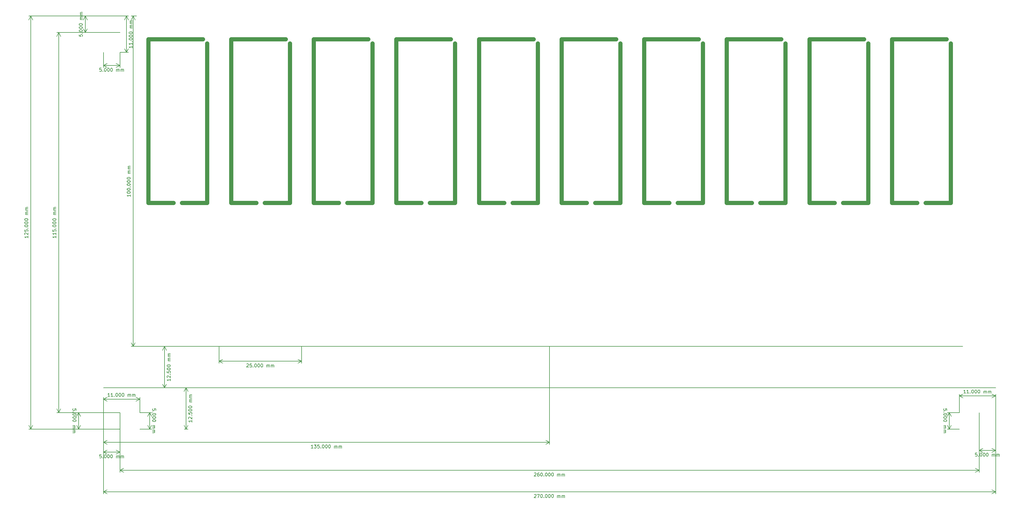
<source format=gbr>
%TF.GenerationSoftware,KiCad,Pcbnew,(5.1.6)-1*%
%TF.CreationDate,2020-11-27T14:01:37-07:00*%
%TF.ProjectId,NFCPower10,4e464350-6f77-4657-9231-302e6b696361,1*%
%TF.SameCoordinates,Original*%
%TF.FileFunction,OtherDrawing,Comment*%
%FSLAX46Y46*%
G04 Gerber Fmt 4.6, Leading zero omitted, Abs format (unit mm)*
G04 Created by KiCad (PCBNEW (5.1.6)-1) date 2020-11-27 14:01:37*
%MOMM*%
%LPD*%
G01*
G04 APERTURE LIST*
%ADD10C,0.150000*%
%ADD11C,1.270000*%
G04 APERTURE END LIST*
D10*
X87252380Y-89071428D02*
X87252380Y-89642857D01*
X87252380Y-89357142D02*
X86252380Y-89357142D01*
X86395238Y-89452380D01*
X86490476Y-89547619D01*
X86538095Y-89642857D01*
X87252380Y-88119047D02*
X87252380Y-88690476D01*
X87252380Y-88404761D02*
X86252380Y-88404761D01*
X86395238Y-88500000D01*
X86490476Y-88595238D01*
X86538095Y-88690476D01*
X87157142Y-87690476D02*
X87204761Y-87642857D01*
X87252380Y-87690476D01*
X87204761Y-87738095D01*
X87157142Y-87690476D01*
X87252380Y-87690476D01*
X86252380Y-87023809D02*
X86252380Y-86928571D01*
X86300000Y-86833333D01*
X86347619Y-86785714D01*
X86442857Y-86738095D01*
X86633333Y-86690476D01*
X86871428Y-86690476D01*
X87061904Y-86738095D01*
X87157142Y-86785714D01*
X87204761Y-86833333D01*
X87252380Y-86928571D01*
X87252380Y-87023809D01*
X87204761Y-87119047D01*
X87157142Y-87166666D01*
X87061904Y-87214285D01*
X86871428Y-87261904D01*
X86633333Y-87261904D01*
X86442857Y-87214285D01*
X86347619Y-87166666D01*
X86300000Y-87119047D01*
X86252380Y-87023809D01*
X86252380Y-86071428D02*
X86252380Y-85976190D01*
X86300000Y-85880952D01*
X86347619Y-85833333D01*
X86442857Y-85785714D01*
X86633333Y-85738095D01*
X86871428Y-85738095D01*
X87061904Y-85785714D01*
X87157142Y-85833333D01*
X87204761Y-85880952D01*
X87252380Y-85976190D01*
X87252380Y-86071428D01*
X87204761Y-86166666D01*
X87157142Y-86214285D01*
X87061904Y-86261904D01*
X86871428Y-86309523D01*
X86633333Y-86309523D01*
X86442857Y-86261904D01*
X86347619Y-86214285D01*
X86300000Y-86166666D01*
X86252380Y-86071428D01*
X86252380Y-85119047D02*
X86252380Y-85023809D01*
X86300000Y-84928571D01*
X86347619Y-84880952D01*
X86442857Y-84833333D01*
X86633333Y-84785714D01*
X86871428Y-84785714D01*
X87061904Y-84833333D01*
X87157142Y-84880952D01*
X87204761Y-84928571D01*
X87252380Y-85023809D01*
X87252380Y-85119047D01*
X87204761Y-85214285D01*
X87157142Y-85261904D01*
X87061904Y-85309523D01*
X86871428Y-85357142D01*
X86633333Y-85357142D01*
X86442857Y-85309523D01*
X86347619Y-85261904D01*
X86300000Y-85214285D01*
X86252380Y-85119047D01*
X87252380Y-83595238D02*
X86585714Y-83595238D01*
X86680952Y-83595238D02*
X86633333Y-83547619D01*
X86585714Y-83452380D01*
X86585714Y-83309523D01*
X86633333Y-83214285D01*
X86728571Y-83166666D01*
X87252380Y-83166666D01*
X86728571Y-83166666D02*
X86633333Y-83119047D01*
X86585714Y-83023809D01*
X86585714Y-82880952D01*
X86633333Y-82785714D01*
X86728571Y-82738095D01*
X87252380Y-82738095D01*
X87252380Y-82261904D02*
X86585714Y-82261904D01*
X86680952Y-82261904D02*
X86633333Y-82214285D01*
X86585714Y-82119047D01*
X86585714Y-81976190D01*
X86633333Y-81880952D01*
X86728571Y-81833333D01*
X87252380Y-81833333D01*
X86728571Y-81833333D02*
X86633333Y-81785714D01*
X86585714Y-81690476D01*
X86585714Y-81547619D01*
X86633333Y-81452380D01*
X86728571Y-81404761D01*
X87252380Y-81404761D01*
X85500000Y-91000000D02*
X85500000Y-80000000D01*
X83500000Y-91000000D02*
X86086421Y-91000000D01*
X83500000Y-80000000D02*
X86086421Y-80000000D01*
X85500000Y-80000000D02*
X86086421Y-81126504D01*
X85500000Y-80000000D02*
X84913579Y-81126504D01*
X85500000Y-91000000D02*
X86086421Y-89873496D01*
X85500000Y-91000000D02*
X84913579Y-89873496D01*
X77857142Y-95752380D02*
X77380952Y-95752380D01*
X77333333Y-96228571D01*
X77380952Y-96180952D01*
X77476190Y-96133333D01*
X77714285Y-96133333D01*
X77809523Y-96180952D01*
X77857142Y-96228571D01*
X77904761Y-96323809D01*
X77904761Y-96561904D01*
X77857142Y-96657142D01*
X77809523Y-96704761D01*
X77714285Y-96752380D01*
X77476190Y-96752380D01*
X77380952Y-96704761D01*
X77333333Y-96657142D01*
X78333333Y-96657142D02*
X78380952Y-96704761D01*
X78333333Y-96752380D01*
X78285714Y-96704761D01*
X78333333Y-96657142D01*
X78333333Y-96752380D01*
X79000000Y-95752380D02*
X79095238Y-95752380D01*
X79190476Y-95800000D01*
X79238095Y-95847619D01*
X79285714Y-95942857D01*
X79333333Y-96133333D01*
X79333333Y-96371428D01*
X79285714Y-96561904D01*
X79238095Y-96657142D01*
X79190476Y-96704761D01*
X79095238Y-96752380D01*
X79000000Y-96752380D01*
X78904761Y-96704761D01*
X78857142Y-96657142D01*
X78809523Y-96561904D01*
X78761904Y-96371428D01*
X78761904Y-96133333D01*
X78809523Y-95942857D01*
X78857142Y-95847619D01*
X78904761Y-95800000D01*
X79000000Y-95752380D01*
X79952380Y-95752380D02*
X80047619Y-95752380D01*
X80142857Y-95800000D01*
X80190476Y-95847619D01*
X80238095Y-95942857D01*
X80285714Y-96133333D01*
X80285714Y-96371428D01*
X80238095Y-96561904D01*
X80190476Y-96657142D01*
X80142857Y-96704761D01*
X80047619Y-96752380D01*
X79952380Y-96752380D01*
X79857142Y-96704761D01*
X79809523Y-96657142D01*
X79761904Y-96561904D01*
X79714285Y-96371428D01*
X79714285Y-96133333D01*
X79761904Y-95942857D01*
X79809523Y-95847619D01*
X79857142Y-95800000D01*
X79952380Y-95752380D01*
X80904761Y-95752380D02*
X81000000Y-95752380D01*
X81095238Y-95800000D01*
X81142857Y-95847619D01*
X81190476Y-95942857D01*
X81238095Y-96133333D01*
X81238095Y-96371428D01*
X81190476Y-96561904D01*
X81142857Y-96657142D01*
X81095238Y-96704761D01*
X81000000Y-96752380D01*
X80904761Y-96752380D01*
X80809523Y-96704761D01*
X80761904Y-96657142D01*
X80714285Y-96561904D01*
X80666666Y-96371428D01*
X80666666Y-96133333D01*
X80714285Y-95942857D01*
X80761904Y-95847619D01*
X80809523Y-95800000D01*
X80904761Y-95752380D01*
X82428571Y-96752380D02*
X82428571Y-96085714D01*
X82428571Y-96180952D02*
X82476190Y-96133333D01*
X82571428Y-96085714D01*
X82714285Y-96085714D01*
X82809523Y-96133333D01*
X82857142Y-96228571D01*
X82857142Y-96752380D01*
X82857142Y-96228571D02*
X82904761Y-96133333D01*
X83000000Y-96085714D01*
X83142857Y-96085714D01*
X83238095Y-96133333D01*
X83285714Y-96228571D01*
X83285714Y-96752380D01*
X83761904Y-96752380D02*
X83761904Y-96085714D01*
X83761904Y-96180952D02*
X83809523Y-96133333D01*
X83904761Y-96085714D01*
X84047619Y-96085714D01*
X84142857Y-96133333D01*
X84190476Y-96228571D01*
X84190476Y-96752380D01*
X84190476Y-96228571D02*
X84238095Y-96133333D01*
X84333333Y-96085714D01*
X84476190Y-96085714D01*
X84571428Y-96133333D01*
X84619047Y-96228571D01*
X84619047Y-96752380D01*
X83500000Y-95000000D02*
X78500000Y-95000000D01*
X83500000Y-91000000D02*
X83500000Y-95586421D01*
X78500000Y-91000000D02*
X78500000Y-95586421D01*
X78500000Y-95000000D02*
X79626504Y-94413579D01*
X78500000Y-95000000D02*
X79626504Y-95586421D01*
X83500000Y-95000000D02*
X82373496Y-94413579D01*
X83500000Y-95000000D02*
X82373496Y-95586421D01*
X94347619Y-199357142D02*
X94347619Y-198880952D01*
X93871428Y-198833333D01*
X93919047Y-198880952D01*
X93966666Y-198976190D01*
X93966666Y-199214285D01*
X93919047Y-199309523D01*
X93871428Y-199357142D01*
X93776190Y-199404761D01*
X93538095Y-199404761D01*
X93442857Y-199357142D01*
X93395238Y-199309523D01*
X93347619Y-199214285D01*
X93347619Y-198976190D01*
X93395238Y-198880952D01*
X93442857Y-198833333D01*
X93442857Y-199833333D02*
X93395238Y-199880952D01*
X93347619Y-199833333D01*
X93395238Y-199785714D01*
X93442857Y-199833333D01*
X93347619Y-199833333D01*
X94347619Y-200500000D02*
X94347619Y-200595238D01*
X94300000Y-200690476D01*
X94252380Y-200738095D01*
X94157142Y-200785714D01*
X93966666Y-200833333D01*
X93728571Y-200833333D01*
X93538095Y-200785714D01*
X93442857Y-200738095D01*
X93395238Y-200690476D01*
X93347619Y-200595238D01*
X93347619Y-200500000D01*
X93395238Y-200404761D01*
X93442857Y-200357142D01*
X93538095Y-200309523D01*
X93728571Y-200261904D01*
X93966666Y-200261904D01*
X94157142Y-200309523D01*
X94252380Y-200357142D01*
X94300000Y-200404761D01*
X94347619Y-200500000D01*
X94347619Y-201452380D02*
X94347619Y-201547619D01*
X94300000Y-201642857D01*
X94252380Y-201690476D01*
X94157142Y-201738095D01*
X93966666Y-201785714D01*
X93728571Y-201785714D01*
X93538095Y-201738095D01*
X93442857Y-201690476D01*
X93395238Y-201642857D01*
X93347619Y-201547619D01*
X93347619Y-201452380D01*
X93395238Y-201357142D01*
X93442857Y-201309523D01*
X93538095Y-201261904D01*
X93728571Y-201214285D01*
X93966666Y-201214285D01*
X94157142Y-201261904D01*
X94252380Y-201309523D01*
X94300000Y-201357142D01*
X94347619Y-201452380D01*
X94347619Y-202404761D02*
X94347619Y-202500000D01*
X94300000Y-202595238D01*
X94252380Y-202642857D01*
X94157142Y-202690476D01*
X93966666Y-202738095D01*
X93728571Y-202738095D01*
X93538095Y-202690476D01*
X93442857Y-202642857D01*
X93395238Y-202595238D01*
X93347619Y-202500000D01*
X93347619Y-202404761D01*
X93395238Y-202309523D01*
X93442857Y-202261904D01*
X93538095Y-202214285D01*
X93728571Y-202166666D01*
X93966666Y-202166666D01*
X94157142Y-202214285D01*
X94252380Y-202261904D01*
X94300000Y-202309523D01*
X94347619Y-202404761D01*
X93347619Y-203928571D02*
X94014285Y-203928571D01*
X93919047Y-203928571D02*
X93966666Y-203976190D01*
X94014285Y-204071428D01*
X94014285Y-204214285D01*
X93966666Y-204309523D01*
X93871428Y-204357142D01*
X93347619Y-204357142D01*
X93871428Y-204357142D02*
X93966666Y-204404761D01*
X94014285Y-204500000D01*
X94014285Y-204642857D01*
X93966666Y-204738095D01*
X93871428Y-204785714D01*
X93347619Y-204785714D01*
X93347619Y-205261904D02*
X94014285Y-205261904D01*
X93919047Y-205261904D02*
X93966666Y-205309523D01*
X94014285Y-205404761D01*
X94014285Y-205547619D01*
X93966666Y-205642857D01*
X93871428Y-205690476D01*
X93347619Y-205690476D01*
X93871428Y-205690476D02*
X93966666Y-205738095D01*
X94014285Y-205833333D01*
X94014285Y-205976190D01*
X93966666Y-206071428D01*
X93871428Y-206119047D01*
X93347619Y-206119047D01*
X92500000Y-200000000D02*
X92500000Y-205000000D01*
X89500000Y-200000000D02*
X93086421Y-200000000D01*
X89500000Y-205000000D02*
X93086421Y-205000000D01*
X92500000Y-205000000D02*
X91913579Y-203873496D01*
X92500000Y-205000000D02*
X93086421Y-203873496D01*
X92500000Y-200000000D02*
X91913579Y-201126504D01*
X92500000Y-200000000D02*
X93086421Y-201126504D01*
X333747619Y-199357142D02*
X333747619Y-198880952D01*
X333271428Y-198833333D01*
X333319047Y-198880952D01*
X333366666Y-198976190D01*
X333366666Y-199214285D01*
X333319047Y-199309523D01*
X333271428Y-199357142D01*
X333176190Y-199404761D01*
X332938095Y-199404761D01*
X332842857Y-199357142D01*
X332795238Y-199309523D01*
X332747619Y-199214285D01*
X332747619Y-198976190D01*
X332795238Y-198880952D01*
X332842857Y-198833333D01*
X332842857Y-199833333D02*
X332795238Y-199880952D01*
X332747619Y-199833333D01*
X332795238Y-199785714D01*
X332842857Y-199833333D01*
X332747619Y-199833333D01*
X333747619Y-200500000D02*
X333747619Y-200595238D01*
X333700000Y-200690476D01*
X333652380Y-200738095D01*
X333557142Y-200785714D01*
X333366666Y-200833333D01*
X333128571Y-200833333D01*
X332938095Y-200785714D01*
X332842857Y-200738095D01*
X332795238Y-200690476D01*
X332747619Y-200595238D01*
X332747619Y-200500000D01*
X332795238Y-200404761D01*
X332842857Y-200357142D01*
X332938095Y-200309523D01*
X333128571Y-200261904D01*
X333366666Y-200261904D01*
X333557142Y-200309523D01*
X333652380Y-200357142D01*
X333700000Y-200404761D01*
X333747619Y-200500000D01*
X333747619Y-201452380D02*
X333747619Y-201547619D01*
X333700000Y-201642857D01*
X333652380Y-201690476D01*
X333557142Y-201738095D01*
X333366666Y-201785714D01*
X333128571Y-201785714D01*
X332938095Y-201738095D01*
X332842857Y-201690476D01*
X332795238Y-201642857D01*
X332747619Y-201547619D01*
X332747619Y-201452380D01*
X332795238Y-201357142D01*
X332842857Y-201309523D01*
X332938095Y-201261904D01*
X333128571Y-201214285D01*
X333366666Y-201214285D01*
X333557142Y-201261904D01*
X333652380Y-201309523D01*
X333700000Y-201357142D01*
X333747619Y-201452380D01*
X333747619Y-202404761D02*
X333747619Y-202500000D01*
X333700000Y-202595238D01*
X333652380Y-202642857D01*
X333557142Y-202690476D01*
X333366666Y-202738095D01*
X333128571Y-202738095D01*
X332938095Y-202690476D01*
X332842857Y-202642857D01*
X332795238Y-202595238D01*
X332747619Y-202500000D01*
X332747619Y-202404761D01*
X332795238Y-202309523D01*
X332842857Y-202261904D01*
X332938095Y-202214285D01*
X333128571Y-202166666D01*
X333366666Y-202166666D01*
X333557142Y-202214285D01*
X333652380Y-202261904D01*
X333700000Y-202309523D01*
X333747619Y-202404761D01*
X332747619Y-203928571D02*
X333414285Y-203928571D01*
X333319047Y-203928571D02*
X333366666Y-203976190D01*
X333414285Y-204071428D01*
X333414285Y-204214285D01*
X333366666Y-204309523D01*
X333271428Y-204357142D01*
X332747619Y-204357142D01*
X333271428Y-204357142D02*
X333366666Y-204404761D01*
X333414285Y-204500000D01*
X333414285Y-204642857D01*
X333366666Y-204738095D01*
X333271428Y-204785714D01*
X332747619Y-204785714D01*
X332747619Y-205261904D02*
X333414285Y-205261904D01*
X333319047Y-205261904D02*
X333366666Y-205309523D01*
X333414285Y-205404761D01*
X333414285Y-205547619D01*
X333366666Y-205642857D01*
X333271428Y-205690476D01*
X332747619Y-205690476D01*
X333271428Y-205690476D02*
X333366666Y-205738095D01*
X333414285Y-205833333D01*
X333414285Y-205976190D01*
X333366666Y-206071428D01*
X333271428Y-206119047D01*
X332747619Y-206119047D01*
X334500000Y-200000000D02*
X334500000Y-205000000D01*
X337500000Y-200000000D02*
X333913579Y-200000000D01*
X337500000Y-205000000D02*
X333913579Y-205000000D01*
X334500000Y-205000000D02*
X333913579Y-203873496D01*
X334500000Y-205000000D02*
X335086421Y-203873496D01*
X334500000Y-200000000D02*
X333913579Y-201126504D01*
X334500000Y-200000000D02*
X335086421Y-201126504D01*
X339428571Y-194152380D02*
X338857142Y-194152380D01*
X339142857Y-194152380D02*
X339142857Y-193152380D01*
X339047619Y-193295238D01*
X338952380Y-193390476D01*
X338857142Y-193438095D01*
X340380952Y-194152380D02*
X339809523Y-194152380D01*
X340095238Y-194152380D02*
X340095238Y-193152380D01*
X340000000Y-193295238D01*
X339904761Y-193390476D01*
X339809523Y-193438095D01*
X340809523Y-194057142D02*
X340857142Y-194104761D01*
X340809523Y-194152380D01*
X340761904Y-194104761D01*
X340809523Y-194057142D01*
X340809523Y-194152380D01*
X341476190Y-193152380D02*
X341571428Y-193152380D01*
X341666666Y-193200000D01*
X341714285Y-193247619D01*
X341761904Y-193342857D01*
X341809523Y-193533333D01*
X341809523Y-193771428D01*
X341761904Y-193961904D01*
X341714285Y-194057142D01*
X341666666Y-194104761D01*
X341571428Y-194152380D01*
X341476190Y-194152380D01*
X341380952Y-194104761D01*
X341333333Y-194057142D01*
X341285714Y-193961904D01*
X341238095Y-193771428D01*
X341238095Y-193533333D01*
X341285714Y-193342857D01*
X341333333Y-193247619D01*
X341380952Y-193200000D01*
X341476190Y-193152380D01*
X342428571Y-193152380D02*
X342523809Y-193152380D01*
X342619047Y-193200000D01*
X342666666Y-193247619D01*
X342714285Y-193342857D01*
X342761904Y-193533333D01*
X342761904Y-193771428D01*
X342714285Y-193961904D01*
X342666666Y-194057142D01*
X342619047Y-194104761D01*
X342523809Y-194152380D01*
X342428571Y-194152380D01*
X342333333Y-194104761D01*
X342285714Y-194057142D01*
X342238095Y-193961904D01*
X342190476Y-193771428D01*
X342190476Y-193533333D01*
X342238095Y-193342857D01*
X342285714Y-193247619D01*
X342333333Y-193200000D01*
X342428571Y-193152380D01*
X343380952Y-193152380D02*
X343476190Y-193152380D01*
X343571428Y-193200000D01*
X343619047Y-193247619D01*
X343666666Y-193342857D01*
X343714285Y-193533333D01*
X343714285Y-193771428D01*
X343666666Y-193961904D01*
X343619047Y-194057142D01*
X343571428Y-194104761D01*
X343476190Y-194152380D01*
X343380952Y-194152380D01*
X343285714Y-194104761D01*
X343238095Y-194057142D01*
X343190476Y-193961904D01*
X343142857Y-193771428D01*
X343142857Y-193533333D01*
X343190476Y-193342857D01*
X343238095Y-193247619D01*
X343285714Y-193200000D01*
X343380952Y-193152380D01*
X344904761Y-194152380D02*
X344904761Y-193485714D01*
X344904761Y-193580952D02*
X344952380Y-193533333D01*
X345047619Y-193485714D01*
X345190476Y-193485714D01*
X345285714Y-193533333D01*
X345333333Y-193628571D01*
X345333333Y-194152380D01*
X345333333Y-193628571D02*
X345380952Y-193533333D01*
X345476190Y-193485714D01*
X345619047Y-193485714D01*
X345714285Y-193533333D01*
X345761904Y-193628571D01*
X345761904Y-194152380D01*
X346238095Y-194152380D02*
X346238095Y-193485714D01*
X346238095Y-193580952D02*
X346285714Y-193533333D01*
X346380952Y-193485714D01*
X346523809Y-193485714D01*
X346619047Y-193533333D01*
X346666666Y-193628571D01*
X346666666Y-194152380D01*
X346666666Y-193628571D02*
X346714285Y-193533333D01*
X346809523Y-193485714D01*
X346952380Y-193485714D01*
X347047619Y-193533333D01*
X347095238Y-193628571D01*
X347095238Y-194152380D01*
X337500000Y-195000000D02*
X348500000Y-195000000D01*
X337500000Y-200000000D02*
X337500000Y-194413579D01*
X348500000Y-200000000D02*
X348500000Y-194413579D01*
X348500000Y-195000000D02*
X347373496Y-195586421D01*
X348500000Y-195000000D02*
X347373496Y-194413579D01*
X337500000Y-195000000D02*
X338626504Y-195586421D01*
X337500000Y-195000000D02*
X338626504Y-194413579D01*
X80428571Y-195152381D02*
X79857142Y-195152381D01*
X80142857Y-195152381D02*
X80142857Y-194152381D01*
X80047619Y-194295239D01*
X79952380Y-194390477D01*
X79857142Y-194438096D01*
X81380952Y-195152381D02*
X80809523Y-195152381D01*
X81095238Y-195152381D02*
X81095238Y-194152381D01*
X81000000Y-194295239D01*
X80904761Y-194390477D01*
X80809523Y-194438096D01*
X81809523Y-195057143D02*
X81857142Y-195104762D01*
X81809523Y-195152381D01*
X81761904Y-195104762D01*
X81809523Y-195057143D01*
X81809523Y-195152381D01*
X82476190Y-194152381D02*
X82571428Y-194152381D01*
X82666666Y-194200001D01*
X82714285Y-194247620D01*
X82761904Y-194342858D01*
X82809523Y-194533334D01*
X82809523Y-194771429D01*
X82761904Y-194961905D01*
X82714285Y-195057143D01*
X82666666Y-195104762D01*
X82571428Y-195152381D01*
X82476190Y-195152381D01*
X82380952Y-195104762D01*
X82333333Y-195057143D01*
X82285714Y-194961905D01*
X82238095Y-194771429D01*
X82238095Y-194533334D01*
X82285714Y-194342858D01*
X82333333Y-194247620D01*
X82380952Y-194200001D01*
X82476190Y-194152381D01*
X83428571Y-194152381D02*
X83523809Y-194152381D01*
X83619047Y-194200001D01*
X83666666Y-194247620D01*
X83714285Y-194342858D01*
X83761904Y-194533334D01*
X83761904Y-194771429D01*
X83714285Y-194961905D01*
X83666666Y-195057143D01*
X83619047Y-195104762D01*
X83523809Y-195152381D01*
X83428571Y-195152381D01*
X83333333Y-195104762D01*
X83285714Y-195057143D01*
X83238095Y-194961905D01*
X83190476Y-194771429D01*
X83190476Y-194533334D01*
X83238095Y-194342858D01*
X83285714Y-194247620D01*
X83333333Y-194200001D01*
X83428571Y-194152381D01*
X84380952Y-194152381D02*
X84476190Y-194152381D01*
X84571428Y-194200001D01*
X84619047Y-194247620D01*
X84666666Y-194342858D01*
X84714285Y-194533334D01*
X84714285Y-194771429D01*
X84666666Y-194961905D01*
X84619047Y-195057143D01*
X84571428Y-195104762D01*
X84476190Y-195152381D01*
X84380952Y-195152381D01*
X84285714Y-195104762D01*
X84238095Y-195057143D01*
X84190476Y-194961905D01*
X84142857Y-194771429D01*
X84142857Y-194533334D01*
X84190476Y-194342858D01*
X84238095Y-194247620D01*
X84285714Y-194200001D01*
X84380952Y-194152381D01*
X85904761Y-195152381D02*
X85904761Y-194485715D01*
X85904761Y-194580953D02*
X85952380Y-194533334D01*
X86047619Y-194485715D01*
X86190476Y-194485715D01*
X86285714Y-194533334D01*
X86333333Y-194628572D01*
X86333333Y-195152381D01*
X86333333Y-194628572D02*
X86380952Y-194533334D01*
X86476190Y-194485715D01*
X86619047Y-194485715D01*
X86714285Y-194533334D01*
X86761904Y-194628572D01*
X86761904Y-195152381D01*
X87238095Y-195152381D02*
X87238095Y-194485715D01*
X87238095Y-194580953D02*
X87285714Y-194533334D01*
X87380952Y-194485715D01*
X87523809Y-194485715D01*
X87619047Y-194533334D01*
X87666666Y-194628572D01*
X87666666Y-195152381D01*
X87666666Y-194628572D02*
X87714285Y-194533334D01*
X87809523Y-194485715D01*
X87952380Y-194485715D01*
X88047619Y-194533334D01*
X88095238Y-194628572D01*
X88095238Y-195152381D01*
X89500000Y-196000001D02*
X78500000Y-196000001D01*
X89500000Y-200000000D02*
X89500000Y-195413580D01*
X78500000Y-200000000D02*
X78500000Y-195413580D01*
X78500000Y-196000001D02*
X79626504Y-195413580D01*
X78500000Y-196000001D02*
X79626504Y-196586422D01*
X89500000Y-196000001D02*
X88373496Y-195413580D01*
X89500000Y-196000001D02*
X88373496Y-196586422D01*
X141952380Y-210752379D02*
X141380952Y-210752379D01*
X141666666Y-210752379D02*
X141666666Y-209752379D01*
X141571428Y-209895237D01*
X141476190Y-209990475D01*
X141380952Y-210038094D01*
X142285714Y-209752379D02*
X142904761Y-209752379D01*
X142571428Y-210133332D01*
X142714285Y-210133332D01*
X142809523Y-210180951D01*
X142857142Y-210228570D01*
X142904761Y-210323808D01*
X142904761Y-210561903D01*
X142857142Y-210657141D01*
X142809523Y-210704760D01*
X142714285Y-210752379D01*
X142428571Y-210752379D01*
X142333333Y-210704760D01*
X142285714Y-210657141D01*
X143809523Y-209752379D02*
X143333333Y-209752379D01*
X143285714Y-210228570D01*
X143333333Y-210180951D01*
X143428571Y-210133332D01*
X143666666Y-210133332D01*
X143761904Y-210180951D01*
X143809523Y-210228570D01*
X143857142Y-210323808D01*
X143857142Y-210561903D01*
X143809523Y-210657141D01*
X143761904Y-210704760D01*
X143666666Y-210752379D01*
X143428571Y-210752379D01*
X143333333Y-210704760D01*
X143285714Y-210657141D01*
X144285714Y-210657141D02*
X144333333Y-210704760D01*
X144285714Y-210752379D01*
X144238095Y-210704760D01*
X144285714Y-210657141D01*
X144285714Y-210752379D01*
X144952380Y-209752379D02*
X145047619Y-209752379D01*
X145142857Y-209799999D01*
X145190476Y-209847618D01*
X145238095Y-209942856D01*
X145285714Y-210133332D01*
X145285714Y-210371427D01*
X145238095Y-210561903D01*
X145190476Y-210657141D01*
X145142857Y-210704760D01*
X145047619Y-210752379D01*
X144952380Y-210752379D01*
X144857142Y-210704760D01*
X144809523Y-210657141D01*
X144761904Y-210561903D01*
X144714285Y-210371427D01*
X144714285Y-210133332D01*
X144761904Y-209942856D01*
X144809523Y-209847618D01*
X144857142Y-209799999D01*
X144952380Y-209752379D01*
X145904761Y-209752379D02*
X146000000Y-209752379D01*
X146095238Y-209799999D01*
X146142857Y-209847618D01*
X146190476Y-209942856D01*
X146238095Y-210133332D01*
X146238095Y-210371427D01*
X146190476Y-210561903D01*
X146142857Y-210657141D01*
X146095238Y-210704760D01*
X146000000Y-210752379D01*
X145904761Y-210752379D01*
X145809523Y-210704760D01*
X145761904Y-210657141D01*
X145714285Y-210561903D01*
X145666666Y-210371427D01*
X145666666Y-210133332D01*
X145714285Y-209942856D01*
X145761904Y-209847618D01*
X145809523Y-209799999D01*
X145904761Y-209752379D01*
X146857142Y-209752379D02*
X146952380Y-209752379D01*
X147047619Y-209799999D01*
X147095238Y-209847618D01*
X147142857Y-209942856D01*
X147190476Y-210133332D01*
X147190476Y-210371427D01*
X147142857Y-210561903D01*
X147095238Y-210657141D01*
X147047619Y-210704760D01*
X146952380Y-210752379D01*
X146857142Y-210752379D01*
X146761904Y-210704760D01*
X146714285Y-210657141D01*
X146666666Y-210561903D01*
X146619047Y-210371427D01*
X146619047Y-210133332D01*
X146666666Y-209942856D01*
X146714285Y-209847618D01*
X146761904Y-209799999D01*
X146857142Y-209752379D01*
X148380952Y-210752379D02*
X148380952Y-210085713D01*
X148380952Y-210180951D02*
X148428571Y-210133332D01*
X148523809Y-210085713D01*
X148666666Y-210085713D01*
X148761904Y-210133332D01*
X148809523Y-210228570D01*
X148809523Y-210752379D01*
X148809523Y-210228570D02*
X148857142Y-210133332D01*
X148952380Y-210085713D01*
X149095238Y-210085713D01*
X149190476Y-210133332D01*
X149238095Y-210228570D01*
X149238095Y-210752379D01*
X149714285Y-210752379D02*
X149714285Y-210085713D01*
X149714285Y-210180951D02*
X149761904Y-210133332D01*
X149857142Y-210085713D01*
X150000000Y-210085713D01*
X150095238Y-210133332D01*
X150142857Y-210228570D01*
X150142857Y-210752379D01*
X150142857Y-210228570D02*
X150190476Y-210133332D01*
X150285714Y-210085713D01*
X150428571Y-210085713D01*
X150523809Y-210133332D01*
X150571428Y-210228570D01*
X150571428Y-210752379D01*
X78500000Y-208999999D02*
X213500000Y-208999999D01*
X78500000Y-205000000D02*
X78500000Y-209586420D01*
X213500000Y-205000000D02*
X213500000Y-209586420D01*
X213500000Y-208999999D02*
X212373496Y-209586420D01*
X213500000Y-208999999D02*
X212373496Y-208413578D01*
X78500000Y-208999999D02*
X79626504Y-209586420D01*
X78500000Y-208999999D02*
X79626504Y-208413578D01*
X86652380Y-134047619D02*
X86652380Y-134619047D01*
X86652380Y-134333333D02*
X85652380Y-134333333D01*
X85795238Y-134428571D01*
X85890476Y-134523809D01*
X85938095Y-134619047D01*
X85652380Y-133428571D02*
X85652380Y-133333333D01*
X85700000Y-133238095D01*
X85747619Y-133190476D01*
X85842857Y-133142857D01*
X86033333Y-133095238D01*
X86271428Y-133095238D01*
X86461904Y-133142857D01*
X86557142Y-133190476D01*
X86604761Y-133238095D01*
X86652380Y-133333333D01*
X86652380Y-133428571D01*
X86604761Y-133523809D01*
X86557142Y-133571428D01*
X86461904Y-133619047D01*
X86271428Y-133666666D01*
X86033333Y-133666666D01*
X85842857Y-133619047D01*
X85747619Y-133571428D01*
X85700000Y-133523809D01*
X85652380Y-133428571D01*
X85652380Y-132476190D02*
X85652380Y-132380952D01*
X85700000Y-132285714D01*
X85747619Y-132238095D01*
X85842857Y-132190476D01*
X86033333Y-132142857D01*
X86271428Y-132142857D01*
X86461904Y-132190476D01*
X86557142Y-132238095D01*
X86604761Y-132285714D01*
X86652380Y-132380952D01*
X86652380Y-132476190D01*
X86604761Y-132571428D01*
X86557142Y-132619047D01*
X86461904Y-132666666D01*
X86271428Y-132714285D01*
X86033333Y-132714285D01*
X85842857Y-132666666D01*
X85747619Y-132619047D01*
X85700000Y-132571428D01*
X85652380Y-132476190D01*
X86557142Y-131714285D02*
X86604761Y-131666666D01*
X86652380Y-131714285D01*
X86604761Y-131761904D01*
X86557142Y-131714285D01*
X86652380Y-131714285D01*
X85652380Y-131047619D02*
X85652380Y-130952380D01*
X85700000Y-130857142D01*
X85747619Y-130809523D01*
X85842857Y-130761904D01*
X86033333Y-130714285D01*
X86271428Y-130714285D01*
X86461904Y-130761904D01*
X86557142Y-130809523D01*
X86604761Y-130857142D01*
X86652380Y-130952380D01*
X86652380Y-131047619D01*
X86604761Y-131142857D01*
X86557142Y-131190476D01*
X86461904Y-131238095D01*
X86271428Y-131285714D01*
X86033333Y-131285714D01*
X85842857Y-131238095D01*
X85747619Y-131190476D01*
X85700000Y-131142857D01*
X85652380Y-131047619D01*
X85652380Y-130095238D02*
X85652380Y-130000000D01*
X85700000Y-129904761D01*
X85747619Y-129857142D01*
X85842857Y-129809523D01*
X86033333Y-129761904D01*
X86271428Y-129761904D01*
X86461904Y-129809523D01*
X86557142Y-129857142D01*
X86604761Y-129904761D01*
X86652380Y-130000000D01*
X86652380Y-130095238D01*
X86604761Y-130190476D01*
X86557142Y-130238095D01*
X86461904Y-130285714D01*
X86271428Y-130333333D01*
X86033333Y-130333333D01*
X85842857Y-130285714D01*
X85747619Y-130238095D01*
X85700000Y-130190476D01*
X85652380Y-130095238D01*
X85652380Y-129142857D02*
X85652380Y-129047619D01*
X85700000Y-128952380D01*
X85747619Y-128904761D01*
X85842857Y-128857142D01*
X86033333Y-128809523D01*
X86271428Y-128809523D01*
X86461904Y-128857142D01*
X86557142Y-128904761D01*
X86604761Y-128952380D01*
X86652380Y-129047619D01*
X86652380Y-129142857D01*
X86604761Y-129238095D01*
X86557142Y-129285714D01*
X86461904Y-129333333D01*
X86271428Y-129380952D01*
X86033333Y-129380952D01*
X85842857Y-129333333D01*
X85747619Y-129285714D01*
X85700000Y-129238095D01*
X85652380Y-129142857D01*
X86652380Y-127619047D02*
X85985714Y-127619047D01*
X86080952Y-127619047D02*
X86033333Y-127571428D01*
X85985714Y-127476190D01*
X85985714Y-127333333D01*
X86033333Y-127238095D01*
X86128571Y-127190476D01*
X86652380Y-127190476D01*
X86128571Y-127190476D02*
X86033333Y-127142857D01*
X85985714Y-127047619D01*
X85985714Y-126904761D01*
X86033333Y-126809523D01*
X86128571Y-126761904D01*
X86652380Y-126761904D01*
X86652380Y-126285714D02*
X85985714Y-126285714D01*
X86080952Y-126285714D02*
X86033333Y-126238095D01*
X85985714Y-126142857D01*
X85985714Y-126000000D01*
X86033333Y-125904761D01*
X86128571Y-125857142D01*
X86652380Y-125857142D01*
X86128571Y-125857142D02*
X86033333Y-125809523D01*
X85985714Y-125714285D01*
X85985714Y-125571428D01*
X86033333Y-125476190D01*
X86128571Y-125428571D01*
X86652380Y-125428571D01*
X87500000Y-180000000D02*
X87500000Y-80000000D01*
X88500000Y-180000000D02*
X86913579Y-180000000D01*
X88500000Y-80000000D02*
X86913579Y-80000000D01*
X87500000Y-80000000D02*
X88086421Y-81126504D01*
X87500000Y-80000000D02*
X86913579Y-81126504D01*
X87500000Y-180000000D02*
X88086421Y-178873496D01*
X87500000Y-180000000D02*
X86913579Y-178873496D01*
X121857142Y-185347618D02*
X121904761Y-185299999D01*
X122000000Y-185252379D01*
X122238095Y-185252379D01*
X122333333Y-185299999D01*
X122380952Y-185347618D01*
X122428571Y-185442856D01*
X122428571Y-185538094D01*
X122380952Y-185680951D01*
X121809523Y-186252379D01*
X122428571Y-186252379D01*
X123333333Y-185252379D02*
X122857142Y-185252379D01*
X122809523Y-185728570D01*
X122857142Y-185680951D01*
X122952380Y-185633332D01*
X123190476Y-185633332D01*
X123285714Y-185680951D01*
X123333333Y-185728570D01*
X123380952Y-185823808D01*
X123380952Y-186061903D01*
X123333333Y-186157141D01*
X123285714Y-186204760D01*
X123190476Y-186252379D01*
X122952380Y-186252379D01*
X122857142Y-186204760D01*
X122809523Y-186157141D01*
X123809523Y-186157141D02*
X123857142Y-186204760D01*
X123809523Y-186252379D01*
X123761904Y-186204760D01*
X123809523Y-186157141D01*
X123809523Y-186252379D01*
X124476190Y-185252379D02*
X124571428Y-185252379D01*
X124666666Y-185299999D01*
X124714285Y-185347618D01*
X124761904Y-185442856D01*
X124809523Y-185633332D01*
X124809523Y-185871427D01*
X124761904Y-186061903D01*
X124714285Y-186157141D01*
X124666666Y-186204760D01*
X124571428Y-186252379D01*
X124476190Y-186252379D01*
X124380952Y-186204760D01*
X124333333Y-186157141D01*
X124285714Y-186061903D01*
X124238095Y-185871427D01*
X124238095Y-185633332D01*
X124285714Y-185442856D01*
X124333333Y-185347618D01*
X124380952Y-185299999D01*
X124476190Y-185252379D01*
X125428571Y-185252379D02*
X125523809Y-185252379D01*
X125619047Y-185299999D01*
X125666666Y-185347618D01*
X125714285Y-185442856D01*
X125761904Y-185633332D01*
X125761904Y-185871427D01*
X125714285Y-186061903D01*
X125666666Y-186157141D01*
X125619047Y-186204760D01*
X125523809Y-186252379D01*
X125428571Y-186252379D01*
X125333333Y-186204760D01*
X125285714Y-186157141D01*
X125238095Y-186061903D01*
X125190476Y-185871427D01*
X125190476Y-185633332D01*
X125238095Y-185442856D01*
X125285714Y-185347618D01*
X125333333Y-185299999D01*
X125428571Y-185252379D01*
X126380952Y-185252379D02*
X126476190Y-185252379D01*
X126571428Y-185299999D01*
X126619047Y-185347618D01*
X126666666Y-185442856D01*
X126714285Y-185633332D01*
X126714285Y-185871427D01*
X126666666Y-186061903D01*
X126619047Y-186157141D01*
X126571428Y-186204760D01*
X126476190Y-186252379D01*
X126380952Y-186252379D01*
X126285714Y-186204760D01*
X126238095Y-186157141D01*
X126190476Y-186061903D01*
X126142857Y-185871427D01*
X126142857Y-185633332D01*
X126190476Y-185442856D01*
X126238095Y-185347618D01*
X126285714Y-185299999D01*
X126380952Y-185252379D01*
X127904761Y-186252379D02*
X127904761Y-185585713D01*
X127904761Y-185680951D02*
X127952380Y-185633332D01*
X128047619Y-185585713D01*
X128190476Y-185585713D01*
X128285714Y-185633332D01*
X128333333Y-185728570D01*
X128333333Y-186252379D01*
X128333333Y-185728570D02*
X128380952Y-185633332D01*
X128476190Y-185585713D01*
X128619047Y-185585713D01*
X128714285Y-185633332D01*
X128761904Y-185728570D01*
X128761904Y-186252379D01*
X129238095Y-186252379D02*
X129238095Y-185585713D01*
X129238095Y-185680951D02*
X129285714Y-185633332D01*
X129380952Y-185585713D01*
X129523809Y-185585713D01*
X129619047Y-185633332D01*
X129666666Y-185728570D01*
X129666666Y-186252379D01*
X129666666Y-185728570D02*
X129714285Y-185633332D01*
X129809523Y-185585713D01*
X129952380Y-185585713D01*
X130047619Y-185633332D01*
X130095238Y-185728570D01*
X130095238Y-186252379D01*
X113500000Y-184499999D02*
X138500000Y-184499999D01*
X113500000Y-180000000D02*
X113500000Y-185086420D01*
X138500000Y-180000000D02*
X138500000Y-185086420D01*
X138500000Y-184499999D02*
X137373496Y-185086420D01*
X138500000Y-184499999D02*
X137373496Y-183913578D01*
X113500000Y-184499999D02*
X114626504Y-185086420D01*
X113500000Y-184499999D02*
X114626504Y-183913578D01*
X98752380Y-189821428D02*
X98752380Y-190392857D01*
X98752380Y-190107142D02*
X97752380Y-190107142D01*
X97895238Y-190202380D01*
X97990476Y-190297619D01*
X98038095Y-190392857D01*
X97847619Y-189440476D02*
X97800000Y-189392857D01*
X97752380Y-189297619D01*
X97752380Y-189059523D01*
X97800000Y-188964285D01*
X97847619Y-188916666D01*
X97942857Y-188869047D01*
X98038095Y-188869047D01*
X98180952Y-188916666D01*
X98752380Y-189488095D01*
X98752380Y-188869047D01*
X98657142Y-188440476D02*
X98704761Y-188392857D01*
X98752380Y-188440476D01*
X98704761Y-188488095D01*
X98657142Y-188440476D01*
X98752380Y-188440476D01*
X97752380Y-187488095D02*
X97752380Y-187964285D01*
X98228571Y-188011904D01*
X98180952Y-187964285D01*
X98133333Y-187869047D01*
X98133333Y-187630952D01*
X98180952Y-187535714D01*
X98228571Y-187488095D01*
X98323809Y-187440476D01*
X98561904Y-187440476D01*
X98657142Y-187488095D01*
X98704761Y-187535714D01*
X98752380Y-187630952D01*
X98752380Y-187869047D01*
X98704761Y-187964285D01*
X98657142Y-188011904D01*
X97752380Y-186821428D02*
X97752380Y-186726190D01*
X97800000Y-186630952D01*
X97847619Y-186583333D01*
X97942857Y-186535714D01*
X98133333Y-186488095D01*
X98371428Y-186488095D01*
X98561904Y-186535714D01*
X98657142Y-186583333D01*
X98704761Y-186630952D01*
X98752380Y-186726190D01*
X98752380Y-186821428D01*
X98704761Y-186916666D01*
X98657142Y-186964285D01*
X98561904Y-187011904D01*
X98371428Y-187059523D01*
X98133333Y-187059523D01*
X97942857Y-187011904D01*
X97847619Y-186964285D01*
X97800000Y-186916666D01*
X97752380Y-186821428D01*
X97752380Y-185869047D02*
X97752380Y-185773809D01*
X97800000Y-185678571D01*
X97847619Y-185630952D01*
X97942857Y-185583333D01*
X98133333Y-185535714D01*
X98371428Y-185535714D01*
X98561904Y-185583333D01*
X98657142Y-185630952D01*
X98704761Y-185678571D01*
X98752380Y-185773809D01*
X98752380Y-185869047D01*
X98704761Y-185964285D01*
X98657142Y-186011904D01*
X98561904Y-186059523D01*
X98371428Y-186107142D01*
X98133333Y-186107142D01*
X97942857Y-186059523D01*
X97847619Y-186011904D01*
X97800000Y-185964285D01*
X97752380Y-185869047D01*
X98752380Y-184345238D02*
X98085714Y-184345238D01*
X98180952Y-184345238D02*
X98133333Y-184297619D01*
X98085714Y-184202380D01*
X98085714Y-184059523D01*
X98133333Y-183964285D01*
X98228571Y-183916666D01*
X98752380Y-183916666D01*
X98228571Y-183916666D02*
X98133333Y-183869047D01*
X98085714Y-183773809D01*
X98085714Y-183630952D01*
X98133333Y-183535714D01*
X98228571Y-183488095D01*
X98752380Y-183488095D01*
X98752380Y-183011904D02*
X98085714Y-183011904D01*
X98180952Y-183011904D02*
X98133333Y-182964285D01*
X98085714Y-182869047D01*
X98085714Y-182726190D01*
X98133333Y-182630952D01*
X98228571Y-182583333D01*
X98752380Y-182583333D01*
X98228571Y-182583333D02*
X98133333Y-182535714D01*
X98085714Y-182440476D01*
X98085714Y-182297619D01*
X98133333Y-182202380D01*
X98228571Y-182154761D01*
X98752380Y-182154761D01*
X97000000Y-192500000D02*
X97000000Y-180000000D01*
X97000000Y-192500000D02*
X97586421Y-192500000D01*
X97000000Y-180000000D02*
X97586421Y-180000000D01*
X97000000Y-180000000D02*
X97586421Y-181126504D01*
X97000000Y-180000000D02*
X96413579Y-181126504D01*
X97000000Y-192500000D02*
X97586421Y-191373496D01*
X97000000Y-192500000D02*
X96413579Y-191373496D01*
X105252380Y-202321428D02*
X105252380Y-202892857D01*
X105252380Y-202607142D02*
X104252380Y-202607142D01*
X104395238Y-202702380D01*
X104490476Y-202797619D01*
X104538095Y-202892857D01*
X104347619Y-201940476D02*
X104300000Y-201892857D01*
X104252380Y-201797619D01*
X104252380Y-201559523D01*
X104300000Y-201464285D01*
X104347619Y-201416666D01*
X104442857Y-201369047D01*
X104538095Y-201369047D01*
X104680952Y-201416666D01*
X105252380Y-201988095D01*
X105252380Y-201369047D01*
X105157142Y-200940476D02*
X105204761Y-200892857D01*
X105252380Y-200940476D01*
X105204761Y-200988095D01*
X105157142Y-200940476D01*
X105252380Y-200940476D01*
X104252380Y-199988095D02*
X104252380Y-200464285D01*
X104728571Y-200511904D01*
X104680952Y-200464285D01*
X104633333Y-200369047D01*
X104633333Y-200130952D01*
X104680952Y-200035714D01*
X104728571Y-199988095D01*
X104823809Y-199940476D01*
X105061904Y-199940476D01*
X105157142Y-199988095D01*
X105204761Y-200035714D01*
X105252380Y-200130952D01*
X105252380Y-200369047D01*
X105204761Y-200464285D01*
X105157142Y-200511904D01*
X104252380Y-199321428D02*
X104252380Y-199226190D01*
X104300000Y-199130952D01*
X104347619Y-199083333D01*
X104442857Y-199035714D01*
X104633333Y-198988095D01*
X104871428Y-198988095D01*
X105061904Y-199035714D01*
X105157142Y-199083333D01*
X105204761Y-199130952D01*
X105252380Y-199226190D01*
X105252380Y-199321428D01*
X105204761Y-199416666D01*
X105157142Y-199464285D01*
X105061904Y-199511904D01*
X104871428Y-199559523D01*
X104633333Y-199559523D01*
X104442857Y-199511904D01*
X104347619Y-199464285D01*
X104300000Y-199416666D01*
X104252380Y-199321428D01*
X104252380Y-198369047D02*
X104252380Y-198273809D01*
X104300000Y-198178571D01*
X104347619Y-198130952D01*
X104442857Y-198083333D01*
X104633333Y-198035714D01*
X104871428Y-198035714D01*
X105061904Y-198083333D01*
X105157142Y-198130952D01*
X105204761Y-198178571D01*
X105252380Y-198273809D01*
X105252380Y-198369047D01*
X105204761Y-198464285D01*
X105157142Y-198511904D01*
X105061904Y-198559523D01*
X104871428Y-198607142D01*
X104633333Y-198607142D01*
X104442857Y-198559523D01*
X104347619Y-198511904D01*
X104300000Y-198464285D01*
X104252380Y-198369047D01*
X105252380Y-196845238D02*
X104585714Y-196845238D01*
X104680952Y-196845238D02*
X104633333Y-196797619D01*
X104585714Y-196702380D01*
X104585714Y-196559523D01*
X104633333Y-196464285D01*
X104728571Y-196416666D01*
X105252380Y-196416666D01*
X104728571Y-196416666D02*
X104633333Y-196369047D01*
X104585714Y-196273809D01*
X104585714Y-196130952D01*
X104633333Y-196035714D01*
X104728571Y-195988095D01*
X105252380Y-195988095D01*
X105252380Y-195511904D02*
X104585714Y-195511904D01*
X104680952Y-195511904D02*
X104633333Y-195464285D01*
X104585714Y-195369047D01*
X104585714Y-195226190D01*
X104633333Y-195130952D01*
X104728571Y-195083333D01*
X105252380Y-195083333D01*
X104728571Y-195083333D02*
X104633333Y-195035714D01*
X104585714Y-194940476D01*
X104585714Y-194797619D01*
X104633333Y-194702380D01*
X104728571Y-194654761D01*
X105252380Y-194654761D01*
X103500000Y-205000000D02*
X103500000Y-192500000D01*
X103000000Y-205000000D02*
X104086421Y-205000000D01*
X103000000Y-192500000D02*
X104086421Y-192500000D01*
X103500000Y-192500000D02*
X104086421Y-193626504D01*
X103500000Y-192500000D02*
X102913579Y-193626504D01*
X103500000Y-205000000D02*
X104086421Y-203873496D01*
X103500000Y-205000000D02*
X102913579Y-203873496D01*
X342857142Y-212252380D02*
X342380952Y-212252380D01*
X342333333Y-212728571D01*
X342380952Y-212680952D01*
X342476190Y-212633333D01*
X342714285Y-212633333D01*
X342809523Y-212680952D01*
X342857142Y-212728571D01*
X342904761Y-212823809D01*
X342904761Y-213061904D01*
X342857142Y-213157142D01*
X342809523Y-213204761D01*
X342714285Y-213252380D01*
X342476190Y-213252380D01*
X342380952Y-213204761D01*
X342333333Y-213157142D01*
X343333333Y-213157142D02*
X343380952Y-213204761D01*
X343333333Y-213252380D01*
X343285714Y-213204761D01*
X343333333Y-213157142D01*
X343333333Y-213252380D01*
X344000000Y-212252380D02*
X344095238Y-212252380D01*
X344190476Y-212300000D01*
X344238095Y-212347619D01*
X344285714Y-212442857D01*
X344333333Y-212633333D01*
X344333333Y-212871428D01*
X344285714Y-213061904D01*
X344238095Y-213157142D01*
X344190476Y-213204761D01*
X344095238Y-213252380D01*
X344000000Y-213252380D01*
X343904761Y-213204761D01*
X343857142Y-213157142D01*
X343809523Y-213061904D01*
X343761904Y-212871428D01*
X343761904Y-212633333D01*
X343809523Y-212442857D01*
X343857142Y-212347619D01*
X343904761Y-212300000D01*
X344000000Y-212252380D01*
X344952380Y-212252380D02*
X345047619Y-212252380D01*
X345142857Y-212300000D01*
X345190476Y-212347619D01*
X345238095Y-212442857D01*
X345285714Y-212633333D01*
X345285714Y-212871428D01*
X345238095Y-213061904D01*
X345190476Y-213157142D01*
X345142857Y-213204761D01*
X345047619Y-213252380D01*
X344952380Y-213252380D01*
X344857142Y-213204761D01*
X344809523Y-213157142D01*
X344761904Y-213061904D01*
X344714285Y-212871428D01*
X344714285Y-212633333D01*
X344761904Y-212442857D01*
X344809523Y-212347619D01*
X344857142Y-212300000D01*
X344952380Y-212252380D01*
X345904761Y-212252380D02*
X346000000Y-212252380D01*
X346095238Y-212300000D01*
X346142857Y-212347619D01*
X346190476Y-212442857D01*
X346238095Y-212633333D01*
X346238095Y-212871428D01*
X346190476Y-213061904D01*
X346142857Y-213157142D01*
X346095238Y-213204761D01*
X346000000Y-213252380D01*
X345904761Y-213252380D01*
X345809523Y-213204761D01*
X345761904Y-213157142D01*
X345714285Y-213061904D01*
X345666666Y-212871428D01*
X345666666Y-212633333D01*
X345714285Y-212442857D01*
X345761904Y-212347619D01*
X345809523Y-212300000D01*
X345904761Y-212252380D01*
X347428571Y-213252380D02*
X347428571Y-212585714D01*
X347428571Y-212680952D02*
X347476190Y-212633333D01*
X347571428Y-212585714D01*
X347714285Y-212585714D01*
X347809523Y-212633333D01*
X347857142Y-212728571D01*
X347857142Y-213252380D01*
X347857142Y-212728571D02*
X347904761Y-212633333D01*
X348000000Y-212585714D01*
X348142857Y-212585714D01*
X348238095Y-212633333D01*
X348285714Y-212728571D01*
X348285714Y-213252380D01*
X348761904Y-213252380D02*
X348761904Y-212585714D01*
X348761904Y-212680952D02*
X348809523Y-212633333D01*
X348904761Y-212585714D01*
X349047619Y-212585714D01*
X349142857Y-212633333D01*
X349190476Y-212728571D01*
X349190476Y-213252380D01*
X349190476Y-212728571D02*
X349238095Y-212633333D01*
X349333333Y-212585714D01*
X349476190Y-212585714D01*
X349571428Y-212633333D01*
X349619047Y-212728571D01*
X349619047Y-213252380D01*
X343500000Y-211500000D02*
X348500000Y-211500000D01*
X343500000Y-200000000D02*
X343500000Y-212086421D01*
X348500000Y-200000000D02*
X348500000Y-212086421D01*
X348500000Y-211500000D02*
X347373496Y-212086421D01*
X348500000Y-211500000D02*
X347373496Y-210913579D01*
X343500000Y-211500000D02*
X344626504Y-212086421D01*
X343500000Y-211500000D02*
X344626504Y-210913579D01*
X208880952Y-218347618D02*
X208928571Y-218299999D01*
X209023809Y-218252379D01*
X209261904Y-218252379D01*
X209357142Y-218299999D01*
X209404761Y-218347618D01*
X209452380Y-218442856D01*
X209452380Y-218538094D01*
X209404761Y-218680951D01*
X208833333Y-219252379D01*
X209452380Y-219252379D01*
X210309523Y-218252379D02*
X210119047Y-218252379D01*
X210023809Y-218299999D01*
X209976190Y-218347618D01*
X209880952Y-218490475D01*
X209833333Y-218680951D01*
X209833333Y-219061903D01*
X209880952Y-219157141D01*
X209928571Y-219204760D01*
X210023809Y-219252379D01*
X210214285Y-219252379D01*
X210309523Y-219204760D01*
X210357142Y-219157141D01*
X210404761Y-219061903D01*
X210404761Y-218823808D01*
X210357142Y-218728570D01*
X210309523Y-218680951D01*
X210214285Y-218633332D01*
X210023809Y-218633332D01*
X209928571Y-218680951D01*
X209880952Y-218728570D01*
X209833333Y-218823808D01*
X211023809Y-218252379D02*
X211119047Y-218252379D01*
X211214285Y-218299999D01*
X211261904Y-218347618D01*
X211309523Y-218442856D01*
X211357142Y-218633332D01*
X211357142Y-218871427D01*
X211309523Y-219061903D01*
X211261904Y-219157141D01*
X211214285Y-219204760D01*
X211119047Y-219252379D01*
X211023809Y-219252379D01*
X210928571Y-219204760D01*
X210880952Y-219157141D01*
X210833333Y-219061903D01*
X210785714Y-218871427D01*
X210785714Y-218633332D01*
X210833333Y-218442856D01*
X210880952Y-218347618D01*
X210928571Y-218299999D01*
X211023809Y-218252379D01*
X211785714Y-219157141D02*
X211833333Y-219204760D01*
X211785714Y-219252379D01*
X211738095Y-219204760D01*
X211785714Y-219157141D01*
X211785714Y-219252379D01*
X212452380Y-218252379D02*
X212547619Y-218252379D01*
X212642857Y-218299999D01*
X212690476Y-218347618D01*
X212738095Y-218442856D01*
X212785714Y-218633332D01*
X212785714Y-218871427D01*
X212738095Y-219061903D01*
X212690476Y-219157141D01*
X212642857Y-219204760D01*
X212547619Y-219252379D01*
X212452380Y-219252379D01*
X212357142Y-219204760D01*
X212309523Y-219157141D01*
X212261904Y-219061903D01*
X212214285Y-218871427D01*
X212214285Y-218633332D01*
X212261904Y-218442856D01*
X212309523Y-218347618D01*
X212357142Y-218299999D01*
X212452380Y-218252379D01*
X213404761Y-218252379D02*
X213500000Y-218252379D01*
X213595238Y-218299999D01*
X213642857Y-218347618D01*
X213690476Y-218442856D01*
X213738095Y-218633332D01*
X213738095Y-218871427D01*
X213690476Y-219061903D01*
X213642857Y-219157141D01*
X213595238Y-219204760D01*
X213500000Y-219252379D01*
X213404761Y-219252379D01*
X213309523Y-219204760D01*
X213261904Y-219157141D01*
X213214285Y-219061903D01*
X213166666Y-218871427D01*
X213166666Y-218633332D01*
X213214285Y-218442856D01*
X213261904Y-218347618D01*
X213309523Y-218299999D01*
X213404761Y-218252379D01*
X214357142Y-218252379D02*
X214452380Y-218252379D01*
X214547619Y-218299999D01*
X214595238Y-218347618D01*
X214642857Y-218442856D01*
X214690476Y-218633332D01*
X214690476Y-218871427D01*
X214642857Y-219061903D01*
X214595238Y-219157141D01*
X214547619Y-219204760D01*
X214452380Y-219252379D01*
X214357142Y-219252379D01*
X214261904Y-219204760D01*
X214214285Y-219157141D01*
X214166666Y-219061903D01*
X214119047Y-218871427D01*
X214119047Y-218633332D01*
X214166666Y-218442856D01*
X214214285Y-218347618D01*
X214261904Y-218299999D01*
X214357142Y-218252379D01*
X215880952Y-219252379D02*
X215880952Y-218585713D01*
X215880952Y-218680951D02*
X215928571Y-218633332D01*
X216023809Y-218585713D01*
X216166666Y-218585713D01*
X216261904Y-218633332D01*
X216309523Y-218728570D01*
X216309523Y-219252379D01*
X216309523Y-218728570D02*
X216357142Y-218633332D01*
X216452380Y-218585713D01*
X216595238Y-218585713D01*
X216690476Y-218633332D01*
X216738095Y-218728570D01*
X216738095Y-219252379D01*
X217214285Y-219252379D02*
X217214285Y-218585713D01*
X217214285Y-218680951D02*
X217261904Y-218633332D01*
X217357142Y-218585713D01*
X217500000Y-218585713D01*
X217595238Y-218633332D01*
X217642857Y-218728570D01*
X217642857Y-219252379D01*
X217642857Y-218728570D02*
X217690476Y-218633332D01*
X217785714Y-218585713D01*
X217928571Y-218585713D01*
X218023809Y-218633332D01*
X218071428Y-218728570D01*
X218071428Y-219252379D01*
X83500000Y-217499999D02*
X343500000Y-217499999D01*
X83500000Y-200000000D02*
X83500000Y-218086420D01*
X343500000Y-200000000D02*
X343500000Y-218086420D01*
X343500000Y-217499999D02*
X342373496Y-218086420D01*
X343500000Y-217499999D02*
X342373496Y-216913578D01*
X83500000Y-217499999D02*
X84626504Y-218086420D01*
X83500000Y-217499999D02*
X84626504Y-216913578D01*
X77857142Y-212752380D02*
X77380952Y-212752380D01*
X77333333Y-213228571D01*
X77380952Y-213180952D01*
X77476190Y-213133333D01*
X77714285Y-213133333D01*
X77809523Y-213180952D01*
X77857142Y-213228571D01*
X77904761Y-213323809D01*
X77904761Y-213561904D01*
X77857142Y-213657142D01*
X77809523Y-213704761D01*
X77714285Y-213752380D01*
X77476190Y-213752380D01*
X77380952Y-213704761D01*
X77333333Y-213657142D01*
X78333333Y-213657142D02*
X78380952Y-213704761D01*
X78333333Y-213752380D01*
X78285714Y-213704761D01*
X78333333Y-213657142D01*
X78333333Y-213752380D01*
X79000000Y-212752380D02*
X79095238Y-212752380D01*
X79190476Y-212800000D01*
X79238095Y-212847619D01*
X79285714Y-212942857D01*
X79333333Y-213133333D01*
X79333333Y-213371428D01*
X79285714Y-213561904D01*
X79238095Y-213657142D01*
X79190476Y-213704761D01*
X79095238Y-213752380D01*
X79000000Y-213752380D01*
X78904761Y-213704761D01*
X78857142Y-213657142D01*
X78809523Y-213561904D01*
X78761904Y-213371428D01*
X78761904Y-213133333D01*
X78809523Y-212942857D01*
X78857142Y-212847619D01*
X78904761Y-212800000D01*
X79000000Y-212752380D01*
X79952380Y-212752380D02*
X80047619Y-212752380D01*
X80142857Y-212800000D01*
X80190476Y-212847619D01*
X80238095Y-212942857D01*
X80285714Y-213133333D01*
X80285714Y-213371428D01*
X80238095Y-213561904D01*
X80190476Y-213657142D01*
X80142857Y-213704761D01*
X80047619Y-213752380D01*
X79952380Y-213752380D01*
X79857142Y-213704761D01*
X79809523Y-213657142D01*
X79761904Y-213561904D01*
X79714285Y-213371428D01*
X79714285Y-213133333D01*
X79761904Y-212942857D01*
X79809523Y-212847619D01*
X79857142Y-212800000D01*
X79952380Y-212752380D01*
X80904761Y-212752380D02*
X81000000Y-212752380D01*
X81095238Y-212800000D01*
X81142857Y-212847619D01*
X81190476Y-212942857D01*
X81238095Y-213133333D01*
X81238095Y-213371428D01*
X81190476Y-213561904D01*
X81142857Y-213657142D01*
X81095238Y-213704761D01*
X81000000Y-213752380D01*
X80904761Y-213752380D01*
X80809523Y-213704761D01*
X80761904Y-213657142D01*
X80714285Y-213561904D01*
X80666666Y-213371428D01*
X80666666Y-213133333D01*
X80714285Y-212942857D01*
X80761904Y-212847619D01*
X80809523Y-212800000D01*
X80904761Y-212752380D01*
X82428571Y-213752380D02*
X82428571Y-213085714D01*
X82428571Y-213180952D02*
X82476190Y-213133333D01*
X82571428Y-213085714D01*
X82714285Y-213085714D01*
X82809523Y-213133333D01*
X82857142Y-213228571D01*
X82857142Y-213752380D01*
X82857142Y-213228571D02*
X82904761Y-213133333D01*
X83000000Y-213085714D01*
X83142857Y-213085714D01*
X83238095Y-213133333D01*
X83285714Y-213228571D01*
X83285714Y-213752380D01*
X83761904Y-213752380D02*
X83761904Y-213085714D01*
X83761904Y-213180952D02*
X83809523Y-213133333D01*
X83904761Y-213085714D01*
X84047619Y-213085714D01*
X84142857Y-213133333D01*
X84190476Y-213228571D01*
X84190476Y-213752380D01*
X84190476Y-213228571D02*
X84238095Y-213133333D01*
X84333333Y-213085714D01*
X84476190Y-213085714D01*
X84571428Y-213133333D01*
X84619047Y-213228571D01*
X84619047Y-213752380D01*
X83500000Y-212000000D02*
X78500000Y-212000000D01*
X83500000Y-200000000D02*
X83500000Y-212586421D01*
X78500000Y-200000000D02*
X78500000Y-212586421D01*
X78500000Y-212000000D02*
X79626504Y-211413579D01*
X78500000Y-212000000D02*
X79626504Y-212586421D01*
X83500000Y-212000000D02*
X82373496Y-211413579D01*
X83500000Y-212000000D02*
X82373496Y-212586421D01*
X208880952Y-224847618D02*
X208928571Y-224799999D01*
X209023809Y-224752379D01*
X209261904Y-224752379D01*
X209357142Y-224799999D01*
X209404761Y-224847618D01*
X209452380Y-224942856D01*
X209452380Y-225038094D01*
X209404761Y-225180951D01*
X208833333Y-225752379D01*
X209452380Y-225752379D01*
X209785714Y-224752379D02*
X210452380Y-224752379D01*
X210023809Y-225752379D01*
X211023809Y-224752379D02*
X211119047Y-224752379D01*
X211214285Y-224799999D01*
X211261904Y-224847618D01*
X211309523Y-224942856D01*
X211357142Y-225133332D01*
X211357142Y-225371427D01*
X211309523Y-225561903D01*
X211261904Y-225657141D01*
X211214285Y-225704760D01*
X211119047Y-225752379D01*
X211023809Y-225752379D01*
X210928571Y-225704760D01*
X210880952Y-225657141D01*
X210833333Y-225561903D01*
X210785714Y-225371427D01*
X210785714Y-225133332D01*
X210833333Y-224942856D01*
X210880952Y-224847618D01*
X210928571Y-224799999D01*
X211023809Y-224752379D01*
X211785714Y-225657141D02*
X211833333Y-225704760D01*
X211785714Y-225752379D01*
X211738095Y-225704760D01*
X211785714Y-225657141D01*
X211785714Y-225752379D01*
X212452380Y-224752379D02*
X212547619Y-224752379D01*
X212642857Y-224799999D01*
X212690476Y-224847618D01*
X212738095Y-224942856D01*
X212785714Y-225133332D01*
X212785714Y-225371427D01*
X212738095Y-225561903D01*
X212690476Y-225657141D01*
X212642857Y-225704760D01*
X212547619Y-225752379D01*
X212452380Y-225752379D01*
X212357142Y-225704760D01*
X212309523Y-225657141D01*
X212261904Y-225561903D01*
X212214285Y-225371427D01*
X212214285Y-225133332D01*
X212261904Y-224942856D01*
X212309523Y-224847618D01*
X212357142Y-224799999D01*
X212452380Y-224752379D01*
X213404761Y-224752379D02*
X213500000Y-224752379D01*
X213595238Y-224799999D01*
X213642857Y-224847618D01*
X213690476Y-224942856D01*
X213738095Y-225133332D01*
X213738095Y-225371427D01*
X213690476Y-225561903D01*
X213642857Y-225657141D01*
X213595238Y-225704760D01*
X213500000Y-225752379D01*
X213404761Y-225752379D01*
X213309523Y-225704760D01*
X213261904Y-225657141D01*
X213214285Y-225561903D01*
X213166666Y-225371427D01*
X213166666Y-225133332D01*
X213214285Y-224942856D01*
X213261904Y-224847618D01*
X213309523Y-224799999D01*
X213404761Y-224752379D01*
X214357142Y-224752379D02*
X214452380Y-224752379D01*
X214547619Y-224799999D01*
X214595238Y-224847618D01*
X214642857Y-224942856D01*
X214690476Y-225133332D01*
X214690476Y-225371427D01*
X214642857Y-225561903D01*
X214595238Y-225657141D01*
X214547619Y-225704760D01*
X214452380Y-225752379D01*
X214357142Y-225752379D01*
X214261904Y-225704760D01*
X214214285Y-225657141D01*
X214166666Y-225561903D01*
X214119047Y-225371427D01*
X214119047Y-225133332D01*
X214166666Y-224942856D01*
X214214285Y-224847618D01*
X214261904Y-224799999D01*
X214357142Y-224752379D01*
X215880952Y-225752379D02*
X215880952Y-225085713D01*
X215880952Y-225180951D02*
X215928571Y-225133332D01*
X216023809Y-225085713D01*
X216166666Y-225085713D01*
X216261904Y-225133332D01*
X216309523Y-225228570D01*
X216309523Y-225752379D01*
X216309523Y-225228570D02*
X216357142Y-225133332D01*
X216452380Y-225085713D01*
X216595238Y-225085713D01*
X216690476Y-225133332D01*
X216738095Y-225228570D01*
X216738095Y-225752379D01*
X217214285Y-225752379D02*
X217214285Y-225085713D01*
X217214285Y-225180951D02*
X217261904Y-225133332D01*
X217357142Y-225085713D01*
X217500000Y-225085713D01*
X217595238Y-225133332D01*
X217642857Y-225228570D01*
X217642857Y-225752379D01*
X217642857Y-225228570D02*
X217690476Y-225133332D01*
X217785714Y-225085713D01*
X217928571Y-225085713D01*
X218023809Y-225133332D01*
X218071428Y-225228570D01*
X218071428Y-225752379D01*
X78500000Y-223999999D02*
X348500000Y-223999999D01*
X78500000Y-205000000D02*
X78500000Y-224586420D01*
X348500000Y-205000000D02*
X348500000Y-224586420D01*
X348500000Y-223999999D02*
X347373496Y-224586420D01*
X348500000Y-223999999D02*
X347373496Y-223413578D01*
X78500000Y-223999999D02*
X79626504Y-224586420D01*
X78500000Y-223999999D02*
X79626504Y-223413578D01*
X71152380Y-85642857D02*
X71152380Y-86119047D01*
X71628571Y-86166666D01*
X71580952Y-86119047D01*
X71533333Y-86023809D01*
X71533333Y-85785714D01*
X71580952Y-85690476D01*
X71628571Y-85642857D01*
X71723809Y-85595238D01*
X71961904Y-85595238D01*
X72057142Y-85642857D01*
X72104761Y-85690476D01*
X72152380Y-85785714D01*
X72152380Y-86023809D01*
X72104761Y-86119047D01*
X72057142Y-86166666D01*
X72057142Y-85166666D02*
X72104761Y-85119047D01*
X72152380Y-85166666D01*
X72104761Y-85214285D01*
X72057142Y-85166666D01*
X72152380Y-85166666D01*
X71152380Y-84500000D02*
X71152380Y-84404761D01*
X71200000Y-84309523D01*
X71247619Y-84261904D01*
X71342857Y-84214285D01*
X71533333Y-84166666D01*
X71771428Y-84166666D01*
X71961904Y-84214285D01*
X72057142Y-84261904D01*
X72104761Y-84309523D01*
X72152380Y-84404761D01*
X72152380Y-84500000D01*
X72104761Y-84595238D01*
X72057142Y-84642857D01*
X71961904Y-84690476D01*
X71771428Y-84738095D01*
X71533333Y-84738095D01*
X71342857Y-84690476D01*
X71247619Y-84642857D01*
X71200000Y-84595238D01*
X71152380Y-84500000D01*
X71152380Y-83547619D02*
X71152380Y-83452380D01*
X71200000Y-83357142D01*
X71247619Y-83309523D01*
X71342857Y-83261904D01*
X71533333Y-83214285D01*
X71771428Y-83214285D01*
X71961904Y-83261904D01*
X72057142Y-83309523D01*
X72104761Y-83357142D01*
X72152380Y-83452380D01*
X72152380Y-83547619D01*
X72104761Y-83642857D01*
X72057142Y-83690476D01*
X71961904Y-83738095D01*
X71771428Y-83785714D01*
X71533333Y-83785714D01*
X71342857Y-83738095D01*
X71247619Y-83690476D01*
X71200000Y-83642857D01*
X71152380Y-83547619D01*
X71152380Y-82595238D02*
X71152380Y-82500000D01*
X71200000Y-82404761D01*
X71247619Y-82357142D01*
X71342857Y-82309523D01*
X71533333Y-82261904D01*
X71771428Y-82261904D01*
X71961904Y-82309523D01*
X72057142Y-82357142D01*
X72104761Y-82404761D01*
X72152380Y-82500000D01*
X72152380Y-82595238D01*
X72104761Y-82690476D01*
X72057142Y-82738095D01*
X71961904Y-82785714D01*
X71771428Y-82833333D01*
X71533333Y-82833333D01*
X71342857Y-82785714D01*
X71247619Y-82738095D01*
X71200000Y-82690476D01*
X71152380Y-82595238D01*
X72152380Y-81071428D02*
X71485714Y-81071428D01*
X71580952Y-81071428D02*
X71533333Y-81023809D01*
X71485714Y-80928571D01*
X71485714Y-80785714D01*
X71533333Y-80690476D01*
X71628571Y-80642857D01*
X72152380Y-80642857D01*
X71628571Y-80642857D02*
X71533333Y-80595238D01*
X71485714Y-80500000D01*
X71485714Y-80357142D01*
X71533333Y-80261904D01*
X71628571Y-80214285D01*
X72152380Y-80214285D01*
X72152380Y-79738095D02*
X71485714Y-79738095D01*
X71580952Y-79738095D02*
X71533333Y-79690476D01*
X71485714Y-79595238D01*
X71485714Y-79452380D01*
X71533333Y-79357142D01*
X71628571Y-79309523D01*
X72152380Y-79309523D01*
X71628571Y-79309523D02*
X71533333Y-79261904D01*
X71485714Y-79166666D01*
X71485714Y-79023809D01*
X71533333Y-78928571D01*
X71628571Y-78880952D01*
X72152380Y-78880952D01*
X73000000Y-85000000D02*
X73000000Y-80000000D01*
X83500000Y-85000000D02*
X72413579Y-85000000D01*
X83500000Y-80000000D02*
X72413579Y-80000000D01*
X73000000Y-80000000D02*
X73586421Y-81126504D01*
X73000000Y-80000000D02*
X72413579Y-81126504D01*
X73000000Y-85000000D02*
X73586421Y-83873496D01*
X73000000Y-85000000D02*
X72413579Y-83873496D01*
X64152380Y-146547619D02*
X64152380Y-147119047D01*
X64152380Y-146833333D02*
X63152380Y-146833333D01*
X63295238Y-146928571D01*
X63390476Y-147023809D01*
X63438095Y-147119047D01*
X64152380Y-145595238D02*
X64152380Y-146166666D01*
X64152380Y-145880952D02*
X63152380Y-145880952D01*
X63295238Y-145976190D01*
X63390476Y-146071428D01*
X63438095Y-146166666D01*
X63152380Y-144690476D02*
X63152380Y-145166666D01*
X63628571Y-145214285D01*
X63580952Y-145166666D01*
X63533333Y-145071428D01*
X63533333Y-144833333D01*
X63580952Y-144738095D01*
X63628571Y-144690476D01*
X63723809Y-144642857D01*
X63961904Y-144642857D01*
X64057142Y-144690476D01*
X64104761Y-144738095D01*
X64152380Y-144833333D01*
X64152380Y-145071428D01*
X64104761Y-145166666D01*
X64057142Y-145214285D01*
X64057142Y-144214285D02*
X64104761Y-144166666D01*
X64152380Y-144214285D01*
X64104761Y-144261904D01*
X64057142Y-144214285D01*
X64152380Y-144214285D01*
X63152380Y-143547619D02*
X63152380Y-143452380D01*
X63200000Y-143357142D01*
X63247619Y-143309523D01*
X63342857Y-143261904D01*
X63533333Y-143214285D01*
X63771428Y-143214285D01*
X63961904Y-143261904D01*
X64057142Y-143309523D01*
X64104761Y-143357142D01*
X64152380Y-143452380D01*
X64152380Y-143547619D01*
X64104761Y-143642857D01*
X64057142Y-143690476D01*
X63961904Y-143738095D01*
X63771428Y-143785714D01*
X63533333Y-143785714D01*
X63342857Y-143738095D01*
X63247619Y-143690476D01*
X63200000Y-143642857D01*
X63152380Y-143547619D01*
X63152380Y-142595238D02*
X63152380Y-142500000D01*
X63200000Y-142404761D01*
X63247619Y-142357142D01*
X63342857Y-142309523D01*
X63533333Y-142261904D01*
X63771428Y-142261904D01*
X63961904Y-142309523D01*
X64057142Y-142357142D01*
X64104761Y-142404761D01*
X64152380Y-142500000D01*
X64152380Y-142595238D01*
X64104761Y-142690476D01*
X64057142Y-142738095D01*
X63961904Y-142785714D01*
X63771428Y-142833333D01*
X63533333Y-142833333D01*
X63342857Y-142785714D01*
X63247619Y-142738095D01*
X63200000Y-142690476D01*
X63152380Y-142595238D01*
X63152380Y-141642857D02*
X63152380Y-141547619D01*
X63200000Y-141452380D01*
X63247619Y-141404761D01*
X63342857Y-141357142D01*
X63533333Y-141309523D01*
X63771428Y-141309523D01*
X63961904Y-141357142D01*
X64057142Y-141404761D01*
X64104761Y-141452380D01*
X64152380Y-141547619D01*
X64152380Y-141642857D01*
X64104761Y-141738095D01*
X64057142Y-141785714D01*
X63961904Y-141833333D01*
X63771428Y-141880952D01*
X63533333Y-141880952D01*
X63342857Y-141833333D01*
X63247619Y-141785714D01*
X63200000Y-141738095D01*
X63152380Y-141642857D01*
X64152380Y-140119047D02*
X63485714Y-140119047D01*
X63580952Y-140119047D02*
X63533333Y-140071428D01*
X63485714Y-139976190D01*
X63485714Y-139833333D01*
X63533333Y-139738095D01*
X63628571Y-139690476D01*
X64152380Y-139690476D01*
X63628571Y-139690476D02*
X63533333Y-139642857D01*
X63485714Y-139547619D01*
X63485714Y-139404761D01*
X63533333Y-139309523D01*
X63628571Y-139261904D01*
X64152380Y-139261904D01*
X64152380Y-138785714D02*
X63485714Y-138785714D01*
X63580952Y-138785714D02*
X63533333Y-138738095D01*
X63485714Y-138642857D01*
X63485714Y-138500000D01*
X63533333Y-138404761D01*
X63628571Y-138357142D01*
X64152380Y-138357142D01*
X63628571Y-138357142D02*
X63533333Y-138309523D01*
X63485714Y-138214285D01*
X63485714Y-138071428D01*
X63533333Y-137976190D01*
X63628571Y-137928571D01*
X64152380Y-137928571D01*
X65000000Y-200000000D02*
X65000000Y-85000000D01*
X83500000Y-200000000D02*
X64413579Y-200000000D01*
X83500000Y-85000000D02*
X64413579Y-85000000D01*
X65000000Y-85000000D02*
X65586421Y-86126504D01*
X65000000Y-85000000D02*
X64413579Y-86126504D01*
X65000000Y-200000000D02*
X65586421Y-198873496D01*
X65000000Y-200000000D02*
X64413579Y-198873496D01*
X70247619Y-199357142D02*
X70247619Y-198880952D01*
X69771428Y-198833333D01*
X69819047Y-198880952D01*
X69866666Y-198976190D01*
X69866666Y-199214285D01*
X69819047Y-199309523D01*
X69771428Y-199357142D01*
X69676190Y-199404761D01*
X69438095Y-199404761D01*
X69342857Y-199357142D01*
X69295238Y-199309523D01*
X69247619Y-199214285D01*
X69247619Y-198976190D01*
X69295238Y-198880952D01*
X69342857Y-198833333D01*
X69342857Y-199833333D02*
X69295238Y-199880952D01*
X69247619Y-199833333D01*
X69295238Y-199785714D01*
X69342857Y-199833333D01*
X69247619Y-199833333D01*
X70247619Y-200500000D02*
X70247619Y-200595238D01*
X70200000Y-200690476D01*
X70152380Y-200738095D01*
X70057142Y-200785714D01*
X69866666Y-200833333D01*
X69628571Y-200833333D01*
X69438095Y-200785714D01*
X69342857Y-200738095D01*
X69295238Y-200690476D01*
X69247619Y-200595238D01*
X69247619Y-200500000D01*
X69295238Y-200404761D01*
X69342857Y-200357142D01*
X69438095Y-200309523D01*
X69628571Y-200261904D01*
X69866666Y-200261904D01*
X70057142Y-200309523D01*
X70152380Y-200357142D01*
X70200000Y-200404761D01*
X70247619Y-200500000D01*
X70247619Y-201452380D02*
X70247619Y-201547619D01*
X70200000Y-201642857D01*
X70152380Y-201690476D01*
X70057142Y-201738095D01*
X69866666Y-201785714D01*
X69628571Y-201785714D01*
X69438095Y-201738095D01*
X69342857Y-201690476D01*
X69295238Y-201642857D01*
X69247619Y-201547619D01*
X69247619Y-201452380D01*
X69295238Y-201357142D01*
X69342857Y-201309523D01*
X69438095Y-201261904D01*
X69628571Y-201214285D01*
X69866666Y-201214285D01*
X70057142Y-201261904D01*
X70152380Y-201309523D01*
X70200000Y-201357142D01*
X70247619Y-201452380D01*
X70247619Y-202404761D02*
X70247619Y-202500000D01*
X70200000Y-202595238D01*
X70152380Y-202642857D01*
X70057142Y-202690476D01*
X69866666Y-202738095D01*
X69628571Y-202738095D01*
X69438095Y-202690476D01*
X69342857Y-202642857D01*
X69295238Y-202595238D01*
X69247619Y-202500000D01*
X69247619Y-202404761D01*
X69295238Y-202309523D01*
X69342857Y-202261904D01*
X69438095Y-202214285D01*
X69628571Y-202166666D01*
X69866666Y-202166666D01*
X70057142Y-202214285D01*
X70152380Y-202261904D01*
X70200000Y-202309523D01*
X70247619Y-202404761D01*
X69247619Y-203928571D02*
X69914285Y-203928571D01*
X69819047Y-203928571D02*
X69866666Y-203976190D01*
X69914285Y-204071428D01*
X69914285Y-204214285D01*
X69866666Y-204309523D01*
X69771428Y-204357142D01*
X69247619Y-204357142D01*
X69771428Y-204357142D02*
X69866666Y-204404761D01*
X69914285Y-204500000D01*
X69914285Y-204642857D01*
X69866666Y-204738095D01*
X69771428Y-204785714D01*
X69247619Y-204785714D01*
X69247619Y-205261904D02*
X69914285Y-205261904D01*
X69819047Y-205261904D02*
X69866666Y-205309523D01*
X69914285Y-205404761D01*
X69914285Y-205547619D01*
X69866666Y-205642857D01*
X69771428Y-205690476D01*
X69247619Y-205690476D01*
X69771428Y-205690476D02*
X69866666Y-205738095D01*
X69914285Y-205833333D01*
X69914285Y-205976190D01*
X69866666Y-206071428D01*
X69771428Y-206119047D01*
X69247619Y-206119047D01*
X71000000Y-200000000D02*
X71000000Y-205000000D01*
X83500000Y-200000000D02*
X70413579Y-200000000D01*
X83500000Y-205000000D02*
X70413579Y-205000000D01*
X71000000Y-205000000D02*
X70413579Y-203873496D01*
X71000000Y-205000000D02*
X71586421Y-203873496D01*
X71000000Y-200000000D02*
X70413579Y-201126504D01*
X71000000Y-200000000D02*
X71586421Y-201126504D01*
X55652380Y-146547619D02*
X55652380Y-147119047D01*
X55652380Y-146833333D02*
X54652380Y-146833333D01*
X54795238Y-146928571D01*
X54890476Y-147023809D01*
X54938095Y-147119047D01*
X54747619Y-146166666D02*
X54700000Y-146119047D01*
X54652380Y-146023809D01*
X54652380Y-145785714D01*
X54700000Y-145690476D01*
X54747619Y-145642857D01*
X54842857Y-145595238D01*
X54938095Y-145595238D01*
X55080952Y-145642857D01*
X55652380Y-146214285D01*
X55652380Y-145595238D01*
X54652380Y-144690476D02*
X54652380Y-145166666D01*
X55128571Y-145214285D01*
X55080952Y-145166666D01*
X55033333Y-145071428D01*
X55033333Y-144833333D01*
X55080952Y-144738095D01*
X55128571Y-144690476D01*
X55223809Y-144642857D01*
X55461904Y-144642857D01*
X55557142Y-144690476D01*
X55604761Y-144738095D01*
X55652380Y-144833333D01*
X55652380Y-145071428D01*
X55604761Y-145166666D01*
X55557142Y-145214285D01*
X55557142Y-144214285D02*
X55604761Y-144166666D01*
X55652380Y-144214285D01*
X55604761Y-144261904D01*
X55557142Y-144214285D01*
X55652380Y-144214285D01*
X54652380Y-143547619D02*
X54652380Y-143452380D01*
X54700000Y-143357142D01*
X54747619Y-143309523D01*
X54842857Y-143261904D01*
X55033333Y-143214285D01*
X55271428Y-143214285D01*
X55461904Y-143261904D01*
X55557142Y-143309523D01*
X55604761Y-143357142D01*
X55652380Y-143452380D01*
X55652380Y-143547619D01*
X55604761Y-143642857D01*
X55557142Y-143690476D01*
X55461904Y-143738095D01*
X55271428Y-143785714D01*
X55033333Y-143785714D01*
X54842857Y-143738095D01*
X54747619Y-143690476D01*
X54700000Y-143642857D01*
X54652380Y-143547619D01*
X54652380Y-142595238D02*
X54652380Y-142500000D01*
X54700000Y-142404761D01*
X54747619Y-142357142D01*
X54842857Y-142309523D01*
X55033333Y-142261904D01*
X55271428Y-142261904D01*
X55461904Y-142309523D01*
X55557142Y-142357142D01*
X55604761Y-142404761D01*
X55652380Y-142500000D01*
X55652380Y-142595238D01*
X55604761Y-142690476D01*
X55557142Y-142738095D01*
X55461904Y-142785714D01*
X55271428Y-142833333D01*
X55033333Y-142833333D01*
X54842857Y-142785714D01*
X54747619Y-142738095D01*
X54700000Y-142690476D01*
X54652380Y-142595238D01*
X54652380Y-141642857D02*
X54652380Y-141547619D01*
X54700000Y-141452380D01*
X54747619Y-141404761D01*
X54842857Y-141357142D01*
X55033333Y-141309523D01*
X55271428Y-141309523D01*
X55461904Y-141357142D01*
X55557142Y-141404761D01*
X55604761Y-141452380D01*
X55652380Y-141547619D01*
X55652380Y-141642857D01*
X55604761Y-141738095D01*
X55557142Y-141785714D01*
X55461904Y-141833333D01*
X55271428Y-141880952D01*
X55033333Y-141880952D01*
X54842857Y-141833333D01*
X54747619Y-141785714D01*
X54700000Y-141738095D01*
X54652380Y-141642857D01*
X55652380Y-140119047D02*
X54985714Y-140119047D01*
X55080952Y-140119047D02*
X55033333Y-140071428D01*
X54985714Y-139976190D01*
X54985714Y-139833333D01*
X55033333Y-139738095D01*
X55128571Y-139690476D01*
X55652380Y-139690476D01*
X55128571Y-139690476D02*
X55033333Y-139642857D01*
X54985714Y-139547619D01*
X54985714Y-139404761D01*
X55033333Y-139309523D01*
X55128571Y-139261904D01*
X55652380Y-139261904D01*
X55652380Y-138785714D02*
X54985714Y-138785714D01*
X55080952Y-138785714D02*
X55033333Y-138738095D01*
X54985714Y-138642857D01*
X54985714Y-138500000D01*
X55033333Y-138404761D01*
X55128571Y-138357142D01*
X55652380Y-138357142D01*
X55128571Y-138357142D02*
X55033333Y-138309523D01*
X54985714Y-138214285D01*
X54985714Y-138071428D01*
X55033333Y-137976190D01*
X55128571Y-137928571D01*
X55652380Y-137928571D01*
X56500000Y-205000000D02*
X56500000Y-80000000D01*
X78500000Y-205000000D02*
X55913579Y-205000000D01*
X78500000Y-80000000D02*
X55913579Y-80000000D01*
X56500000Y-80000000D02*
X57086421Y-81126504D01*
X56500000Y-80000000D02*
X55913579Y-81126504D01*
X56500000Y-205000000D02*
X57086421Y-203873496D01*
X56500000Y-205000000D02*
X55913579Y-203873496D01*
X78500000Y-192500000D02*
X348500000Y-192500000D01*
X213500000Y-180000000D02*
X213500000Y-205000000D01*
X88500000Y-180000000D02*
X338500000Y-180000000D01*
D11*
%TO.C,Y32*%
X102270000Y-136500000D02*
X109890000Y-136500000D01*
X109890000Y-136500000D02*
X109890000Y-88240000D01*
X92110000Y-86970000D02*
X108620000Y-86970000D01*
X92110000Y-86970000D02*
X92110000Y-136500000D01*
X92110000Y-136500000D02*
X99730000Y-136500000D01*
%TO.C,Y29*%
X127270000Y-136500000D02*
X134890000Y-136500000D01*
X134890000Y-136500000D02*
X134890000Y-88240000D01*
X117110000Y-86970000D02*
X133620000Y-86970000D01*
X117110000Y-86970000D02*
X117110000Y-136500000D01*
X117110000Y-136500000D02*
X124730000Y-136500000D01*
%TO.C,Y26*%
X152270000Y-136500000D02*
X159890000Y-136500000D01*
X159890000Y-136500000D02*
X159890000Y-88240000D01*
X142110000Y-86970000D02*
X158620000Y-86970000D01*
X142110000Y-86970000D02*
X142110000Y-136500000D01*
X142110000Y-136500000D02*
X149730000Y-136500000D01*
%TO.C,Y23*%
X177270000Y-136500000D02*
X184890000Y-136500000D01*
X184890000Y-136500000D02*
X184890000Y-88240000D01*
X167110000Y-86970000D02*
X183620000Y-86970000D01*
X167110000Y-86970000D02*
X167110000Y-136500000D01*
X167110000Y-136500000D02*
X174730000Y-136500000D01*
%TO.C,Y20*%
X202270000Y-136500000D02*
X209890000Y-136500000D01*
X209890000Y-136500000D02*
X209890000Y-88240000D01*
X192110000Y-86970000D02*
X208620000Y-86970000D01*
X192110000Y-86970000D02*
X192110000Y-136500000D01*
X192110000Y-136500000D02*
X199730000Y-136500000D01*
%TO.C,Y17*%
X227270000Y-136500000D02*
X234890000Y-136500000D01*
X234890000Y-136500000D02*
X234890000Y-88240000D01*
X217110000Y-86970000D02*
X233620000Y-86970000D01*
X217110000Y-86970000D02*
X217110000Y-136500000D01*
X217110000Y-136500000D02*
X224730000Y-136500000D01*
%TO.C,Y14*%
X252270000Y-136500000D02*
X259890000Y-136500000D01*
X259890000Y-136500000D02*
X259890000Y-88240000D01*
X242110000Y-86970000D02*
X258620000Y-86970000D01*
X242110000Y-86970000D02*
X242110000Y-136500000D01*
X242110000Y-136500000D02*
X249730000Y-136500000D01*
%TO.C,Y11*%
X277270000Y-136500000D02*
X284890000Y-136500000D01*
X284890000Y-136500000D02*
X284890000Y-88240000D01*
X267110000Y-86970000D02*
X283620000Y-86970000D01*
X267110000Y-86970000D02*
X267110000Y-136500000D01*
X267110000Y-136500000D02*
X274730000Y-136500000D01*
%TO.C,Y8*%
X302270000Y-136500000D02*
X309890000Y-136500000D01*
X309890000Y-136500000D02*
X309890000Y-88240000D01*
X292110000Y-86970000D02*
X308620000Y-86970000D01*
X292110000Y-86970000D02*
X292110000Y-136500000D01*
X292110000Y-136500000D02*
X299730000Y-136500000D01*
%TO.C,Y5*%
X327270000Y-136500000D02*
X334890000Y-136500000D01*
X334890000Y-136500000D02*
X334890000Y-88240000D01*
X317110000Y-86970000D02*
X333620000Y-86970000D01*
X317110000Y-86970000D02*
X317110000Y-136500000D01*
X317110000Y-136500000D02*
X324730000Y-136500000D01*
%TD*%
M02*

</source>
